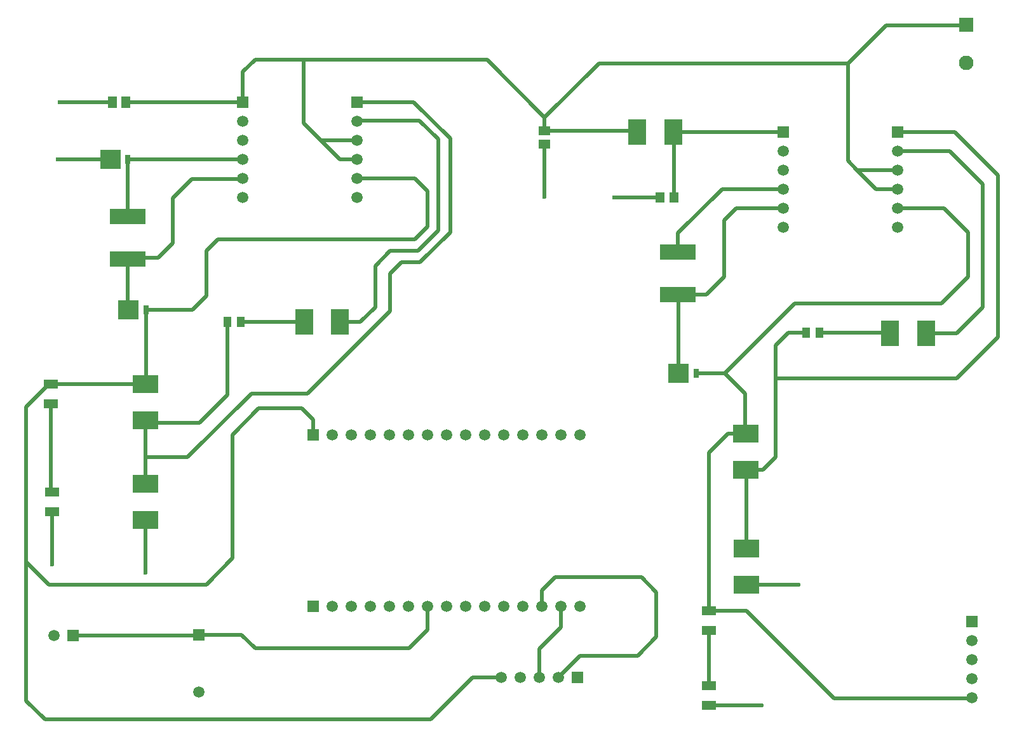
<source format=gtl>
G04*
G04 #@! TF.GenerationSoftware,Altium Limited,Altium Designer,22.8.2 (66)*
G04*
G04 Layer_Physical_Order=1*
G04 Layer_Color=255*
%FSLAX44Y44*%
%MOMM*%
G71*
G04*
G04 #@! TF.SameCoordinates,59791082-BFED-418F-BB91-07DD3E29337C*
G04*
G04*
G04 #@! TF.FilePolarity,Positive*
G04*
G01*
G75*
%ADD12R,1.1000X1.3800*%
%ADD13R,1.9200X1.3000*%
%ADD14R,1.2000X1.5200*%
%ADD15R,1.5200X1.2000*%
%ADD16R,1.1500X1.4500*%
%ADD17R,4.7000X2.0500*%
%ADD18R,2.6700X2.5400*%
%ADD19R,0.7620X1.2700*%
%ADD20R,3.3700X2.3700*%
%ADD21R,2.3700X3.3700*%
%ADD38C,0.5000*%
%ADD39R,1.9500X1.9500*%
%ADD40C,1.9500*%
%ADD41C,1.5000*%
%ADD42R,1.5000X1.5000*%
%ADD43R,1.5000X1.5000*%
%ADD44C,0.6000*%
D12*
X298150Y560000D02*
D03*
X315850D02*
D03*
X1069150Y546000D02*
D03*
X1086850D02*
D03*
D13*
X64000Y333100D02*
D03*
Y306900D02*
D03*
X940000Y75100D02*
D03*
Y48900D02*
D03*
X63000Y477100D02*
D03*
Y450900D02*
D03*
X940000Y175100D02*
D03*
Y148900D02*
D03*
D14*
X162670Y853500D02*
D03*
X144930D02*
D03*
D15*
X721000Y814870D02*
D03*
Y797130D02*
D03*
D16*
X875000Y726000D02*
D03*
X893000D02*
D03*
D17*
X165500Y644250D02*
D03*
Y700750D02*
D03*
X898500Y596750D02*
D03*
Y653250D02*
D03*
D18*
X166000Y576300D02*
D03*
X142047Y777300D02*
D03*
X899247Y492000D02*
D03*
D19*
X189510Y576300D02*
D03*
X165557Y777300D02*
D03*
X922757Y492000D02*
D03*
D20*
X189000Y477050D02*
D03*
Y428950D02*
D03*
Y344050D02*
D03*
Y295950D02*
D03*
X989000Y411050D02*
D03*
Y362950D02*
D03*
X990000Y258050D02*
D03*
Y209950D02*
D03*
D21*
X448300Y560000D02*
D03*
X400200D02*
D03*
X1229050Y545000D02*
D03*
X1180950D02*
D03*
X843950Y813500D02*
D03*
X892050D02*
D03*
D38*
X1054000Y585000D02*
X1250000D01*
X961000Y492000D02*
X1054000Y585000D01*
X1250000D02*
X1285000Y620000D01*
Y680000D01*
X1253100Y711900D02*
X1285000Y680000D01*
X1191200Y711900D02*
X1253100D01*
X1305000Y580000D02*
Y744000D01*
X1260900Y788100D02*
X1305000Y744000D01*
X1270000Y545000D02*
X1305000Y580000D01*
X1270000Y485000D02*
X1325000Y540000D01*
X1267500Y813500D02*
X1325000Y756000D01*
Y540000D02*
Y756000D01*
X814000Y726000D02*
X874433D01*
X893000D02*
Y812550D01*
X1107000Y58000D02*
X1290000D01*
X1176000Y956000D02*
X1283000D01*
X162670Y853000D02*
X318800Y853000D01*
X162670Y854000D02*
X163170D01*
X1125000Y905000D02*
X1176000Y956000D01*
X990000Y209950D02*
X1058950D01*
X940000Y175100D02*
Y386050D01*
X965000Y411050D02*
X989000D01*
X940000Y386050D02*
X965000Y411050D01*
X988000Y412050D02*
X989000Y411050D01*
X988000Y412050D02*
Y465000D01*
X721000Y833000D02*
X793000Y905000D01*
X1125000D01*
X842580Y814870D02*
X843950Y813500D01*
X721000Y814870D02*
X842580D01*
X400000Y910000D02*
X644000D01*
X721000Y814870D02*
Y833000D01*
X644000Y910000D02*
X721000Y833000D01*
X1125000Y775000D02*
Y905000D01*
Y775000D02*
X1137300Y762700D01*
X940000Y75100D02*
Y148900D01*
X975900Y711900D02*
X1038800D01*
X960000Y696000D02*
X975900Y711900D01*
X960000Y620000D02*
Y696000D01*
X936750Y596750D02*
X960000Y620000D01*
X898500Y596750D02*
X936750D01*
X1029000Y485000D02*
Y529000D01*
Y380000D02*
Y485000D01*
X1270000D01*
X1191200Y813500D02*
X1267500D01*
X1191200Y788100D02*
X1260900D01*
X1229050Y545000D02*
X1270000D01*
X1086850Y546000D02*
X1179950D01*
X1180950Y545000D01*
X1137300Y762700D02*
X1191200D01*
X1137300D02*
X1162700Y737300D01*
X1191200D01*
X1029000Y529000D02*
X1046000Y546000D01*
X1011950Y362950D02*
X1029000Y380000D01*
X989000Y362950D02*
X1011950D01*
X1046000Y546000D02*
X1069150D01*
X990000Y258050D02*
Y361950D01*
X989000Y362950D02*
X990000Y361950D01*
X989900Y175100D02*
X1107000Y58000D01*
X940000Y175100D02*
X989900D01*
X335000Y125000D02*
X540000D01*
X340000Y445000D02*
X397000D01*
X412200Y409300D02*
Y429800D01*
X397000Y445000D02*
X412200Y429800D01*
X564600Y180700D02*
X565000Y180300D01*
X735000Y220000D02*
X850000D01*
X739000Y86000D02*
X768000Y115000D01*
X569000Y30000D02*
X625000Y86000D01*
X662800D01*
X742400Y153400D02*
Y180700D01*
X713600Y124600D02*
X742400Y153400D01*
X713600Y86000D02*
Y124600D01*
X717000Y180700D02*
Y202000D01*
X735000Y220000D01*
X540000Y125000D02*
X565000Y150000D01*
Y180300D01*
X850000Y220000D02*
X870000Y200000D01*
Y140000D02*
Y200000D01*
X845000Y115000D02*
X870000Y140000D01*
X768000Y115000D02*
X845000D01*
X55000Y30000D02*
X569000D01*
X1009900Y48900D02*
X1010000Y49000D01*
X940000Y48900D02*
X1009900D01*
X922757Y492000D02*
X961000D01*
X988000Y465000D01*
X899247Y492000D02*
Y596003D01*
X898500Y596750D02*
X899247Y596003D01*
X892050Y813500D02*
X893000Y812550D01*
X843320Y812870D02*
X843950Y813500D01*
X892050D02*
X1038800D01*
X957300Y737300D02*
X1038800D01*
X898500Y678500D02*
X957300Y737300D01*
X898500Y653250D02*
Y678500D01*
X1191200Y737300D02*
X1192700Y735800D01*
X30000Y55000D02*
Y240000D01*
Y55000D02*
X55000Y30000D01*
X316900Y143100D02*
X335000Y125000D01*
X260000Y143100D02*
X316900D01*
X258900Y142000D02*
X260000Y143100D01*
X92700Y142000D02*
X258900D01*
X305000Y245000D02*
Y410000D01*
X340000Y445000D01*
X270000Y210000D02*
X305000Y245000D01*
X60000Y210000D02*
X270000D01*
X30000Y240000D02*
X60000Y210000D01*
X30000Y240000D02*
Y447200D01*
X59900Y477100D01*
X63000D01*
X189000Y380000D02*
X245000D01*
X405000Y465000D02*
X515000Y575000D01*
X245000Y380000D02*
X330000Y465000D01*
X405000D01*
X515000Y575000D02*
Y625000D01*
X448300Y560000D02*
X475000D01*
X495000Y580000D01*
Y635000D01*
X298150Y463150D02*
Y560000D01*
X261000Y426000D02*
X298150Y463150D01*
X191950Y426000D02*
X261000D01*
X315850Y560000D02*
X400200D01*
X721000Y727000D02*
Y797130D01*
X163170Y854000D02*
X164170Y855000D01*
X165557Y700807D02*
Y776300D01*
X335000Y910000D02*
X400000D01*
X318800Y893800D02*
X335000Y910000D01*
X318800Y853500D02*
Y893800D01*
X225000Y725000D02*
X225000Y725000D01*
X317300Y750400D02*
X318800Y751900D01*
X250400Y750400D02*
X317300D01*
X165557Y777300D02*
X318800Y777300D01*
X225000Y725000D02*
Y725000D01*
X250400Y750400D01*
X165500Y700750D02*
X165557Y700807D01*
X165500Y644250D02*
X167250Y646000D01*
X206000D02*
X225000Y665000D01*
Y725000D01*
X167250Y646000D02*
X206000D01*
X270000Y655000D02*
X285000Y670000D01*
X270000Y595000D02*
Y655000D01*
X400000Y825000D02*
X422300Y802700D01*
X471200D01*
X447700Y777300D02*
X471200D01*
X422300Y802700D02*
X447700Y777300D01*
X471200Y828100D02*
X472100Y829000D01*
X471200Y853500D02*
X546500D01*
X472100Y829000D02*
X554000D01*
X579000Y804000D01*
X546500Y853500D02*
X595000Y805000D01*
X495000Y635000D02*
X515000Y655000D01*
X400000Y825000D02*
Y910000D01*
X285000Y670000D02*
X548000D01*
X471200Y751900D02*
X548100D01*
X515000Y625000D02*
X530000Y640000D01*
X548000Y670000D02*
X565000Y687000D01*
X515000Y655000D02*
X552000D01*
X565000Y687000D02*
Y735000D01*
X548100Y751900D02*
X565000Y735000D01*
X552000Y655000D02*
X579000Y682000D01*
Y804000D01*
X530000Y640000D02*
X555000D01*
X595000Y680000D02*
Y805000D01*
X555000Y640000D02*
X595000Y680000D01*
X165500Y576800D02*
Y644250D01*
X251300Y576300D02*
X270000Y595000D01*
X189510Y477560D02*
Y576300D01*
X189000Y428950D02*
X191950Y426000D01*
X74930Y853500D02*
X144930D01*
X72050Y777300D02*
X142047D01*
X189510Y576300D02*
X251300D01*
X165500Y576800D02*
X166000Y576300D01*
X63000Y477100D02*
X188950D01*
X189000Y477050D02*
X189510Y477560D01*
X188950Y477100D02*
X189000Y477050D01*
X63000Y334100D02*
Y450900D01*
Y334100D02*
X64000Y333100D01*
X189000Y380000D02*
Y428950D01*
Y344050D02*
Y380000D01*
X64000Y237000D02*
Y306900D01*
X189000Y226000D02*
Y295950D01*
X189000Y226000D02*
X189000Y226000D01*
D39*
X1283000Y956400D02*
D03*
D40*
Y905600D02*
D03*
D41*
X662800Y86000D02*
D03*
X688200D02*
D03*
X713600D02*
D03*
X739000D02*
D03*
X1290000Y59200D02*
D03*
Y84600D02*
D03*
Y110000D02*
D03*
Y135400D02*
D03*
X437600Y409300D02*
D03*
X463000D02*
D03*
X564600D02*
D03*
X513800D02*
D03*
X488400D02*
D03*
X590000D02*
D03*
X767800D02*
D03*
X742400D02*
D03*
X717000D02*
D03*
X691600D02*
D03*
X666200D02*
D03*
X640800D02*
D03*
X615400D02*
D03*
X539200D02*
D03*
X742400Y180700D02*
D03*
X666200D02*
D03*
X640800D02*
D03*
X615400D02*
D03*
X590000D02*
D03*
X564600D02*
D03*
X539200D02*
D03*
X513800D02*
D03*
X488400D02*
D03*
X463000D02*
D03*
X437600D02*
D03*
X767800D02*
D03*
X717000D02*
D03*
X691600D02*
D03*
X471200Y751900D02*
D03*
Y726500D02*
D03*
Y777300D02*
D03*
Y828100D02*
D03*
Y802700D02*
D03*
X318800Y828100D02*
D03*
Y802700D02*
D03*
Y726500D02*
D03*
Y751900D02*
D03*
Y777300D02*
D03*
X1191200Y711900D02*
D03*
Y686500D02*
D03*
Y737300D02*
D03*
Y788100D02*
D03*
Y762700D02*
D03*
X1038800Y788100D02*
D03*
Y762700D02*
D03*
Y686500D02*
D03*
Y711900D02*
D03*
Y737300D02*
D03*
X260000Y66900D02*
D03*
X67300Y142000D02*
D03*
D42*
X764400Y86000D02*
D03*
X412200Y180700D02*
D03*
X412200Y409300D02*
D03*
X318800Y853500D02*
D03*
X471200D02*
D03*
X1038800Y813500D02*
D03*
X1191200D02*
D03*
X260000Y143100D02*
D03*
X92700Y142000D02*
D03*
D43*
X1290000Y160800D02*
D03*
D44*
X814000Y726000D02*
D03*
X1058950Y209950D02*
D03*
X1009900Y48900D02*
D03*
X721000Y727000D02*
D03*
X72050Y777300D02*
D03*
X74930Y853500D02*
D03*
X64000Y237000D02*
D03*
X189000Y226000D02*
D03*
M02*

</source>
